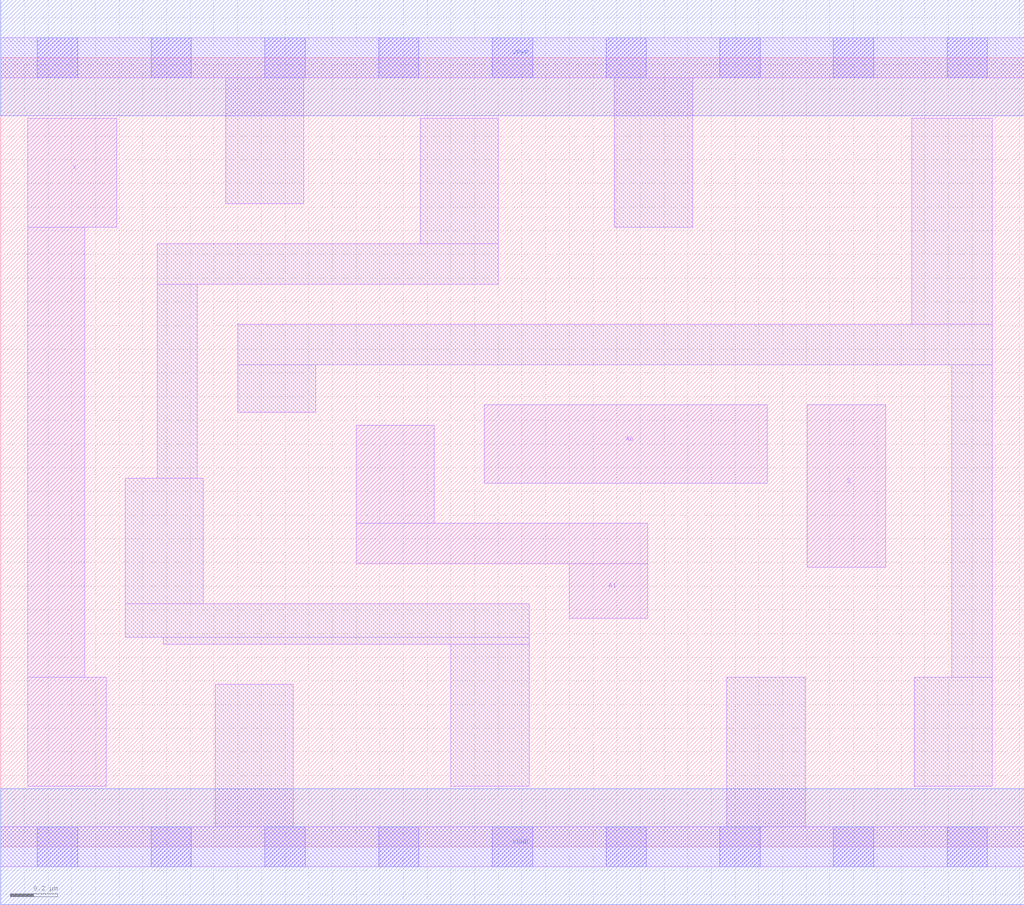
<source format=lef>
# Copyright 2020 The SkyWater PDK Authors
#
# Licensed under the Apache License, Version 2.0 (the "License");
# you may not use this file except in compliance with the License.
# You may obtain a copy of the License at
#
#     https://www.apache.org/licenses/LICENSE-2.0
#
# Unless required by applicable law or agreed to in writing, software
# distributed under the License is distributed on an "AS IS" BASIS,
# WITHOUT WARRANTIES OR CONDITIONS OF ANY KIND, either express or implied.
# See the License for the specific language governing permissions and
# limitations under the License.
#
# SPDX-License-Identifier: Apache-2.0

VERSION 5.7 ;
  NOWIREEXTENSIONATPIN ON ;
  DIVIDERCHAR "/" ;
  BUSBITCHARS "[]" ;
UNITS
  DATABASE MICRONS 200 ;
END UNITS
MACRO sky130_fd_sc_lp__mux2_lp
  CLASS CORE ;
  FOREIGN sky130_fd_sc_lp__mux2_lp ;
  ORIGIN  0.000000  0.000000 ;
  SIZE  4.320000 BY  3.330000 ;
  SYMMETRY X Y R90 ;
  SITE unit ;
  PIN A0
    ANTENNAGATEAREA  0.126000 ;
    DIRECTION INPUT ;
    USE SIGNAL ;
    PORT
      LAYER li1 ;
        RECT 2.040000 1.535000 3.235000 1.865000 ;
    END
  END A0
  PIN A1
    ANTENNAGATEAREA  0.126000 ;
    DIRECTION INPUT ;
    USE SIGNAL ;
    PORT
      LAYER li1 ;
        RECT 1.500000 1.195000 2.730000 1.365000 ;
        RECT 1.500000 1.365000 1.830000 1.780000 ;
        RECT 2.400000 0.965000 2.730000 1.195000 ;
    END
  END A1
  PIN S
    ANTENNAGATEAREA  0.378000 ;
    DIRECTION INPUT ;
    USE SIGNAL ;
    PORT
      LAYER li1 ;
        RECT 3.405000 1.180000 3.735000 1.865000 ;
    END
  END S
  PIN X
    ANTENNADIFFAREA  0.239400 ;
    DIRECTION OUTPUT ;
    USE SIGNAL ;
    PORT
      LAYER li1 ;
        RECT 0.115000 0.255000 0.445000 0.715000 ;
        RECT 0.115000 0.715000 0.355000 2.615000 ;
        RECT 0.115000 2.615000 0.490000 3.075000 ;
    END
  END X
  PIN VGND
    DIRECTION INOUT ;
    USE GROUND ;
    PORT
      LAYER met1 ;
        RECT 0.000000 -0.245000 4.320000 0.245000 ;
    END
  END VGND
  PIN VPWR
    DIRECTION INOUT ;
    USE POWER ;
    PORT
      LAYER met1 ;
        RECT 0.000000 3.085000 4.320000 3.575000 ;
    END
  END VPWR
  OBS
    LAYER li1 ;
      RECT 0.000000 -0.085000 4.320000 0.085000 ;
      RECT 0.000000  3.245000 4.320000 3.415000 ;
      RECT 0.525000  0.885000 2.230000 1.025000 ;
      RECT 0.525000  1.025000 0.855000 1.555000 ;
      RECT 0.660000  1.555000 0.830000 2.375000 ;
      RECT 0.660000  2.375000 2.100000 2.545000 ;
      RECT 0.685000  0.855000 2.230000 0.885000 ;
      RECT 0.905000  0.085000 1.235000 0.685000 ;
      RECT 0.950000  2.715000 1.280000 3.245000 ;
      RECT 1.000000  1.835000 1.330000 2.035000 ;
      RECT 1.000000  2.035000 4.185000 2.205000 ;
      RECT 1.770000  2.545000 2.100000 3.075000 ;
      RECT 1.900000  0.255000 2.230000 0.855000 ;
      RECT 2.590000  2.615000 2.920000 3.245000 ;
      RECT 3.065000  0.085000 3.395000 0.715000 ;
      RECT 3.845000  2.205000 4.185000 3.075000 ;
      RECT 3.855000  0.255000 4.185000 0.715000 ;
      RECT 4.015000  0.715000 4.185000 2.035000 ;
    LAYER mcon ;
      RECT 0.155000 -0.085000 0.325000 0.085000 ;
      RECT 0.155000  3.245000 0.325000 3.415000 ;
      RECT 0.635000 -0.085000 0.805000 0.085000 ;
      RECT 0.635000  3.245000 0.805000 3.415000 ;
      RECT 1.115000 -0.085000 1.285000 0.085000 ;
      RECT 1.115000  3.245000 1.285000 3.415000 ;
      RECT 1.595000 -0.085000 1.765000 0.085000 ;
      RECT 1.595000  3.245000 1.765000 3.415000 ;
      RECT 2.075000 -0.085000 2.245000 0.085000 ;
      RECT 2.075000  3.245000 2.245000 3.415000 ;
      RECT 2.555000 -0.085000 2.725000 0.085000 ;
      RECT 2.555000  3.245000 2.725000 3.415000 ;
      RECT 3.035000 -0.085000 3.205000 0.085000 ;
      RECT 3.035000  3.245000 3.205000 3.415000 ;
      RECT 3.515000 -0.085000 3.685000 0.085000 ;
      RECT 3.515000  3.245000 3.685000 3.415000 ;
      RECT 3.995000 -0.085000 4.165000 0.085000 ;
      RECT 3.995000  3.245000 4.165000 3.415000 ;
  END
END sky130_fd_sc_lp__mux2_lp
END LIBRARY

</source>
